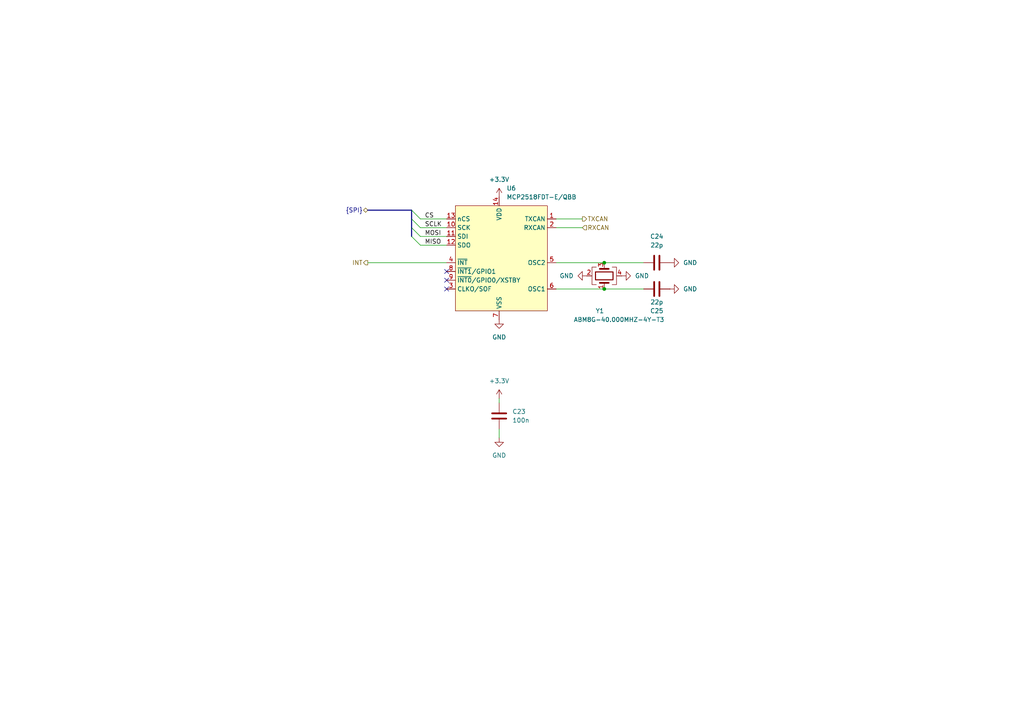
<source format=kicad_sch>
(kicad_sch (version 20250114) (generator "eeschema") (generator_version "9.0")
  (paper "A4")
  (lib_symbols
    (symbol "Device:C" (pin_numbers (hide yes)) (pin_names (offset 0.254))
      (property "Reference" "C" (at 0.635 2.54 0))
      (property "Value" "C" (at 0.635 -2.54 0))
      (symbol "C_0_1"
        (polyline (pts (xy -2.032 0.762) (xy 2.032 0.762)) (stroke (width 0.508)))
        (polyline (pts (xy -2.032 -0.762) (xy 2.032 -0.762)) (stroke (width 0.508)))
      )
      (symbol "C_1_1"
        (pin passive line (at 0 3.81 270) (length 2.794) (name "~") (number "1"))
        (pin passive line (at 0 -3.81 90) (length 2.794) (name "~") (number "2"))
      )
    )
    (symbol "Device:Crystal_GND24" (pin_names (offset 1.016) (hide yes))
      (property "Reference" "Y" (at 3.175 5.08 0))
      (property "Value" "Crystal_GND24" (at 3.175 3.175 0))
      (symbol "Crystal_GND24_0_1"
        (polyline (pts (xy -2.54 2.286) (xy -2.54 3.556) (xy 2.54 3.556) (xy 2.54 2.286)))
        (polyline (pts (xy -2.54 0) (xy -2.032 0)))
        (polyline (pts (xy -2.54 -2.286) (xy -2.54 -3.556) (xy 2.54 -3.556) (xy 2.54 -2.286)))
        (polyline (pts (xy -2.032 -1.27) (xy -2.032 1.27)) (stroke (width 0.508)))
        (rectangle (start -1.143 2.54) (end 1.143 -2.54) (stroke (width 0.3048)))
        (polyline (pts (xy 0 3.556) (xy 0 3.81)))
        (polyline (pts (xy 0 -3.81) (xy 0 -3.556)))
        (polyline (pts (xy 2.032 0) (xy 2.54 0)))
        (polyline (pts (xy 2.032 -1.27) (xy 2.032 1.27)) (stroke (width 0.508)))
      )
      (symbol "Crystal_GND24_1_1"
        (pin passive line (at -3.81 0 0) (length 1.27) (name "1") (number "1"))
        (pin passive line (at 0 5.08 270) (length 1.27) (name "2") (number "2"))
        (pin passive line (at 0 -5.08 90) (length 1.27) (name "4") (number "4"))
        (pin passive line (at 3.81 0 180) (length 1.27) (name "3") (number "3"))
      )
    )
    (symbol "MCP2518FD:MCP2518FDT-E/QBB"
      (property "Reference" "U" (at 12.7 16.51 0))
      (property "Value" "MCP2518FDT-E/QBB" (at 12.7 16.51 0))
      (symbol "MCP2518FDT-E/QBB_1_1"
        (rectangle (start -12.7 13.97) (end 13.97 -16.51) (fill (type background)))
        (pin input line (at -15.24 10.16 0) (length 2.54) (name "nCS") (number "13"))
        (pin input line (at -15.24 7.62 0) (length 2.54) (name "SCK") (number "10"))
        (pin input line (at -15.24 5.08 0) (length 2.54) (name "SDI") (number "11"))
        (pin output line (at -15.24 2.54 0) (length 2.54) (name "SDO") (number "12"))
        (pin output line (at -15.24 -2.54 0) (length 2.54) (name "~{INT}") (number "4"))
        (pin bidirectional line (at -15.24 -5.08 0) (length 2.54) (name "~{INT1}/GPIO1") (number "8"))
        (pin bidirectional line (at -15.24 -7.62 0) (length 2.54) (name "~{INT0}/GPIO0/XSTBY") (number "9"))
        (pin output line (at -15.24 -10.16 0) (length 2.54) (name "CLKO/SOF") (number "3"))
        (pin power_in line (at 0 16.51 270) (length 2.54) (name "VDD") (number "14"))
        (pin power_in line (at 0 -19.05 90) (length 2.54) (name "VSS") (number "7"))
        (pin output line (at 16.51 10.16 180) (length 2.54) (name "TXCAN") (number "1"))
        (pin input line (at 16.51 7.62 180) (length 2.54) (name "RXCAN") (number "2"))
        (pin output line (at 16.51 -2.54 180) (length 2.54) (name "OSC2") (number "5"))
        (pin input line (at 16.51 -10.16 180) (length 2.54) (name "OSC1") (number "6"))
      )
    )
    (symbol "power:+3.3V" (power) (pin_numbers (hide yes)) (pin_names (offset 0) (hide yes))
      (property "Value" "+3.3V" (at 0 3.556 0))
      (symbol "+3.3V_0_1"
        (polyline (pts (xy -0.762 1.27) (xy 0 2.54)))
        (polyline (pts (xy 0 2.54) (xy 0.762 1.27)))
        (polyline (pts (xy 0 0) (xy 0 2.54)))
      )
      (symbol "+3.3V_1_1"
        (pin power_in line (at 0 0 90) (length 0) (name "~") (number "1"))
      )
    )
    (symbol "power:GND" (power) (pin_numbers (hide yes)) (pin_names (offset 0) (hide yes))
      (property "Value" "GND" (at 0 -3.81 0))
      (symbol "GND_0_1"
        (polyline (pts (xy 0 0) (xy 0 -1.27) (xy 1.27 -1.27) (xy 0 -2.54) (xy -1.27 -1.27) (xy 0 -1.27)))
      )
      (symbol "GND_1_1"
        (pin power_in line (at 0 0 270) (length 0) (name "~") (number "1"))
      )
    )
  )
  (junction (at 175.26 83.82))
  (junction (at 175.26 76.2))
  (no_connect (at 129.54 78.74))
  (no_connect (at 129.54 81.28))
  (no_connect (at 129.54 83.82))
  (bus_entry (at 119.38 63.5) (size 2.54 2.54))
  (bus_entry (at 119.38 68.58) (size 2.54 2.54))
  (bus_entry (at 119.38 60.96) (size 2.54 2.54))
  (bus_entry (at 119.38 66.04) (size 2.54 2.54))
  (wire (pts (xy 144.78 127) (xy 144.78 124.46)))
  (wire (pts (xy 121.92 68.58) (xy 129.54 68.58)))
  (wire (pts (xy 161.29 63.5) (xy 168.91 63.5)))
  (wire (pts (xy 161.29 66.04) (xy 168.91 66.04)))
  (wire (pts (xy 106.68 76.2) (xy 129.54 76.2)))
  (bus (pts (xy 119.38 60.96) (xy 119.38 63.5)))
  (wire (pts (xy 175.26 76.2) (xy 186.69 76.2)))
  (wire (pts (xy 161.29 76.2) (xy 175.26 76.2)))
  (wire (pts (xy 121.92 63.5) (xy 129.54 63.5)))
  (wire (pts (xy 161.29 83.82) (xy 175.26 83.82)))
  (bus (pts (xy 119.38 63.5) (xy 119.38 66.04)))
  (wire (pts (xy 144.78 115.57) (xy 144.78 116.84)))
  (wire (pts (xy 175.26 83.82) (xy 186.69 83.82)))
  (wire (pts (xy 121.92 66.04) (xy 129.54 66.04)))
  (wire (pts (xy 121.92 71.12) (xy 129.54 71.12)))
  (bus (pts (xy 106.68 60.96) (xy 119.38 60.96)))
  (bus (pts (xy 119.38 66.04) (xy 119.38 68.58)))
  (label "MISO" (at 123.19 71.12 0))
  (label "MOSI" (at 123.19 68.58 0))
  (label "CS" (at 123.19 63.5 0))
  (label "SCLK" (at 123.19 66.04 0))
  (hierarchical_label "{SPI}" (shape bidirectional) (at 106.68 60.96 180))
  (hierarchical_label "RXCAN" (shape input) (at 168.91 66.04 0))
  (hierarchical_label "INT" (shape output) (at 106.68 76.2 180))
  (hierarchical_label "TXCAN" (shape output) (at 168.91 63.5 0))
  (symbol (lib_id "Device:C") (at 144.78 120.65 0) (unit 1)
    (property "Reference" "C23" (at 148.59 119.3799 0) (effects (justify left)))
    (property "Value" "100n" (at 148.59 121.9199 0) (effects (justify left)))
    (property "Footprint" "Capacitor_SMD:C_0402_1005Metric" (effects (hide yes)))
    (property "Description" "Unpolarized capacitor" (effects (hide yes)))
    (property "LCSC" "C131394" (effects (hide yes)))
  )
  (symbol (lib_id "power:GND") (at 194.31 83.82 90) (unit 1)
    (property "Reference" "#PWR079" (effects (hide yes)))
    (property "Value" "GND" (at 198.12 83.8199 90) (effects (justify right)))
    (property "Description" "Power symbol creates a global label with name \"GND\" , ground" (effects (hide yes)))
  )
  (symbol (lib_id "Device:Crystal_GND24") (at 175.26 80.01 90) (unit 1)
    (property "Reference" "Y1" (at 172.72 90.17 90) (effects (justify right)))
    (property "Value" "ABM8G-40.000MHZ-4Y-T3" (at 166.37 92.71 90) (effects (justify right)))
    (property "Footprint" "Crystal:Crystal_SMD_Abracon_ABM8G-4Pin_3.2x2.5mm" (effects (hide yes)))
    (property "Description" "Four pin crystal, GND on pins 2 and 4" (effects (hide yes)))
    (property "LCSC" "C9010" (effects (hide yes)))
  )
  (symbol (lib_id "power:GND") (at 170.18 80.01 270) (unit 1)
    (property "Reference" "#PWR0124" (effects (hide yes)))
    (property "Value" "GND" (at 166.37 80.0099 90) (effects (justify right)))
    (property "Description" "Power symbol creates a global label with name \"GND\" , ground" (effects (hide yes)))
  )
  (symbol (lib_id "power:GND") (at 194.31 76.2 90) (unit 1)
    (property "Reference" "#PWR078" (effects (hide yes)))
    (property "Value" "GND" (at 198.12 76.1999 90) (effects (justify right)))
    (property "Description" "Power symbol creates a global label with name \"GND\" , ground" (effects (hide yes)))
  )
  (symbol (lib_id "power:GND") (at 180.34 80.01 90) (unit 1)
    (property "Reference" "#PWR0123" (effects (hide yes)))
    (property "Value" "GND" (at 184.15 80.0099 90) (effects (justify right)))
    (property "Description" "Power symbol creates a global label with name \"GND\" , ground" (effects (hide yes)))
  )
  (symbol (lib_id "power:GND") (at 144.78 92.71 0) (unit 1)
    (property "Reference" "#PWR075" (effects (hide yes)))
    (property "Value" "GND" (at 144.78 97.79 0))
    (property "Description" "Power symbol creates a global label with name \"GND\" , ground" (effects (hide yes)))
  )
  (symbol (lib_id "MCP2518FD:MCP2518FDT-E/QBB") (at 144.78 73.66 0) (unit 1)
    (property "Reference" "U6" (at 146.9233 54.61 0) (effects (justify left)))
    (property "Value" "MCP2518FDT-E/QBB" (at 146.9233 57.15 0) (effects (justify left)))
    (property "Footprint" "snapeda:SON65P450X300X90-15N" (effects (hide yes)))
    (property "Datasheet" "https://ww1.microchip.com/downloads/aemDocuments/documents/OTH/ProductDocuments/DataSheets/External-CAN-FD-Controller-with-SPI-Interface-DS20006027B.pdf" (effects (hide yes)))
    (property "LCSC" "C621395" (effects (hide yes)))
  )
  (symbol (lib_id "Device:C") (at 190.5 83.82 90) (unit 1)
    (property "Reference" "C25" (at 190.5 90.17 90))
    (property "Value" "22p" (at 190.5 87.63 90))
    (property "Footprint" "Capacitor_SMD:C_0402_1005Metric" (effects (hide yes)))
    (property "Description" "Unpolarized capacitor" (effects (hide yes)))
    (property "LCSC" "C106203" (effects (hide yes)))
  )
  (symbol (lib_id "power:GND") (at 144.78 127 0) (unit 1)
    (property "Reference" "#PWR077" (effects (hide yes)))
    (property "Value" "GND" (at 144.78 132.08 0))
    (property "Description" "Power symbol creates a global label with name \"GND\" , ground" (effects (hide yes)))
  )
  (symbol (lib_id "power:+3.3V") (at 144.78 115.57 0) (unit 1)
    (property "Reference" "#PWR076" (effects (hide yes)))
    (property "Value" "+3.3V" (at 144.78 110.49 0))
    (property "Description" "Power symbol creates a global label with name \"+3.3V\"" (effects (hide yes)))
  )
  (symbol (lib_id "power:+3.3V") (at 144.78 57.15 0) (unit 1)
    (property "Reference" "#PWR074" (effects (hide yes)))
    (property "Value" "+3.3V" (at 144.78 52.07 0))
    (property "Description" "Power symbol creates a global label with name \"+3.3V\"" (effects (hide yes)))
  )
  (symbol (lib_id "Device:C") (at 190.5 76.2 90) (unit 1)
    (property "Reference" "C24" (at 190.5 68.58 90))
    (property "Value" "22p" (at 190.5 71.12 90))
    (property "Footprint" "Capacitor_SMD:C_0402_1005Metric" (effects (hide yes)))
    (property "Description" "Unpolarized capacitor" (effects (hide yes)))
    (property "LCSC" "C106203" (effects (hide yes)))
  )
)
</source>
